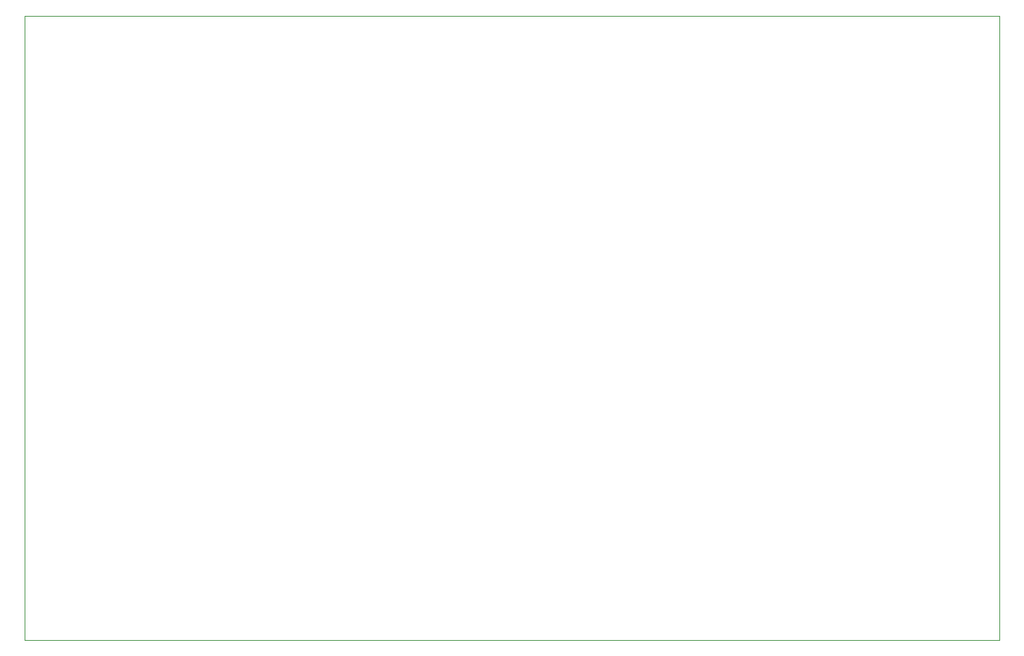
<source format=gbr>
%TF.GenerationSoftware,KiCad,Pcbnew,(6.0.0-0)*%
%TF.CreationDate,2022-09-06T13:07:19-04:00*%
%TF.ProjectId,Body_LED_Controller_Embedded_ESP32s,426f6479-5f4c-4454-945f-436f6e74726f,1.0*%
%TF.SameCoordinates,Original*%
%TF.FileFunction,Profile,NP*%
%FSLAX46Y46*%
G04 Gerber Fmt 4.6, Leading zero omitted, Abs format (unit mm)*
G04 Created by KiCad (PCBNEW (6.0.0-0)) date 2022-09-06 13:07:19*
%MOMM*%
%LPD*%
G01*
G04 APERTURE LIST*
%TA.AperFunction,Profile*%
%ADD10C,0.050000*%
%TD*%
G04 APERTURE END LIST*
D10*
X75000000Y-120000000D02*
X189000000Y-120000000D01*
X189000000Y-120000000D02*
X189000000Y-47000000D01*
X189000000Y-47000000D02*
X75000000Y-47000000D01*
X75000000Y-47000000D02*
X75000000Y-120000000D01*
M02*

</source>
